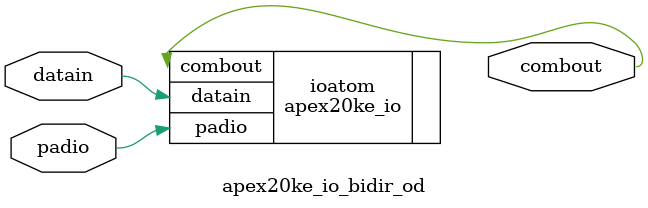
<source format=v>
module apex20ke_io_bidir_od(datain, combout, padio);
   input datain;
   output combout;
   inout padio;
   
   parameter operation_mode = "bidir";
   parameter feedback_mode = "from_pin";

   apex20ke_io ioatom (.datain(datain),
		       .combout(combout),
		       .padio(padio));
   defparam ioatom.operation_mode = operation_mode,
	    ioatom.feedback_mode = feedback_mode,
            ioatom.open_drain_output = "true";

endmodule // apex20ke_io_bidir_od


</source>
